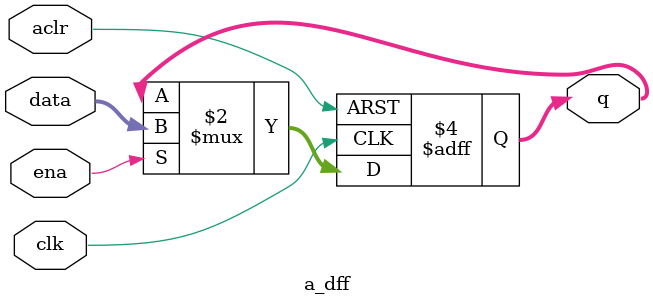
<source format=v>
module a_dff(clk, aclr, ena, data, q);
  parameter WIDTH = 8;
  input clk, aclr, ena; 
  input [WIDTH-1:0] data;
  output reg [WIDTH-1:0] q;
  always @ (posedge clk or posedge aclr)
  begin
    if (aclr)
      q <= 1'b0;
    else if (ena)
      q <= data;
  end
endmodule
</source>
